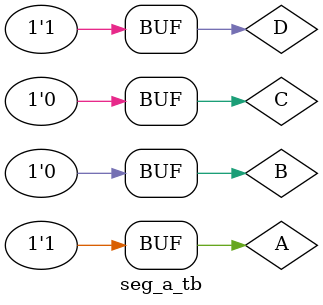
<source format=v>
module seg_a (output reg F, input wire A, B, C, D);
	always @(*) begin
		if (A || (~B && ~D) || (B && D) || C)
			F = 1'b1;
		else
			F = 1'b0;
	end
endmodule

module seg_a_tb;
    reg A, B, C, D;
    wire F;
    seg_a uut(F, A, B, C, D);
    initial begin
        {A, B, C, D} = 4'b0000;
        repeat (9) begin
            #1 {A, B, C, D} = {A, B, C, D} + 1;
        end
    end
    initial begin
        $monitor("Time=%0t | A=%b B=%b C=%b D=%b | F=%b", $time, A, B, C, D, F);
        $dumpfile("problem1_sim.vcd");
        $dumpvars(0, seg_a_tb);
    end
endmodule
</source>
